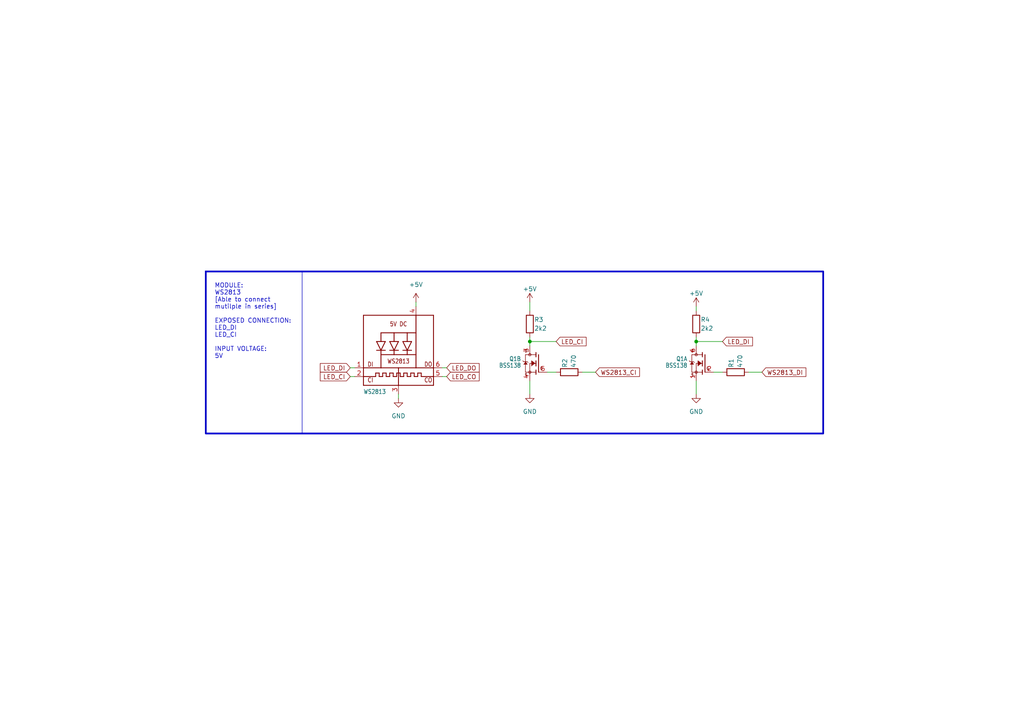
<source format=kicad_sch>
(kicad_sch (version 20230121) (generator eeschema)
  (paper "A4")
  (lib_symbols
    (symbol "Adafruit Voice Bonnet-eagle-import:microbuilder_APA102"
      (property "Value" "WS2813" (at -10.16 -12.7 0))
      (symbol "microbuilder_APA102_1_0"
        (polyline (pts (xy -10.16 -10.16) (xy 0 -10.16)) (stroke (width 0.254)))
        (polyline (pts (xy -10.16 -7.62) (xy -10.16 -10.16)) (stroke (width 0.254)))
        (polyline (pts (xy -10.16 -7.62) (xy -6.604 -7.62)) (stroke (width 0.254)))
        (polyline (pts (xy -10.16 -5.08) (xy -10.16 -7.62)) (stroke (width 0.254)))
        (polyline (pts (xy -10.16 10.16) (xy -10.16 -5.08)) (stroke (width 0.254)))
        (polyline (pts (xy -6.604 -7.62) (xy -6.604 -6.604)) (stroke (width 0.254)))
        (polyline (pts (xy -6.604 -6.604) (xy -5.588 -6.604)) (stroke (width 0.254)))
        (polyline (pts (xy -6.35 0) (xy -5.08 0)) (stroke (width 0.254)))
        (polyline (pts (xy -6.35 2.54) (xy -5.08 2.54)) (stroke (width 0.254)))
        (polyline (pts (xy -5.588 -7.62) (xy -4.572 -7.62)) (stroke (width 0.254)))
        (polyline (pts (xy -5.588 -6.604) (xy -5.588 -7.62)) (stroke (width 0.254)))
        (polyline (pts (xy -5.08 -5.08) (xy -10.16 -5.08)) (stroke (width 0.254)))
        (polyline (pts (xy -5.08 -5.08) (xy 0 -5.08)) (stroke (width 0.254)))
        (polyline (pts (xy -5.08 -1.27) (xy -5.08 -5.08)) (stroke (width 0.254)))
        (polyline (pts (xy -5.08 0) (xy -6.35 2.54)) (stroke (width 0.254)))
        (polyline (pts (xy -5.08 0) (xy -5.08 -1.27)) (stroke (width 0.254)))
        (polyline (pts (xy -5.08 0) (xy -3.81 2.54)) (stroke (width 0.254)))
        (polyline (pts (xy -5.08 2.54) (xy -3.81 2.54)) (stroke (width 0.254)))
        (polyline (pts (xy -5.08 5.08) (xy -5.08 2.54)) (stroke (width 0.254)))
        (polyline (pts (xy -4.572 -7.62) (xy -4.572 -6.604)) (stroke (width 0.254)))
        (polyline (pts (xy -4.572 -6.604) (xy -3.556 -6.604)) (stroke (width 0.254)))
        (polyline (pts (xy -3.81 0) (xy -5.08 0)) (stroke (width 0.254)))
        (polyline (pts (xy -3.556 -7.62) (xy -2.54 -7.62)) (stroke (width 0.254)))
        (polyline (pts (xy -3.556 -6.604) (xy -3.556 -7.62)) (stroke (width 0.254)))
        (polyline (pts (xy -2.54 -7.62) (xy -2.54 -6.604)) (stroke (width 0.254)))
        (polyline (pts (xy -2.54 -6.604) (xy -1.524 -6.604)) (stroke (width 0.254)))
        (polyline (pts (xy -2.54 0) (xy -1.27 0)) (stroke (width 0.254)))
        (polyline (pts (xy -2.54 2.54) (xy 0 2.54)) (stroke (width 0.254)))
        (polyline (pts (xy -1.524 -7.62) (xy -0.508 -7.62)) (stroke (width 0.254)))
        (polyline (pts (xy -1.524 -6.604) (xy -1.524 -7.62)) (stroke (width 0.254)))
        (polyline (pts (xy -1.27 -1.27) (xy -5.08 -1.27)) (stroke (width 0.254)))
        (polyline (pts (xy -1.27 0) (xy -2.54 2.54)) (stroke (width 0.254)))
        (polyline (pts (xy -1.27 0) (xy -1.27 -1.27)) (stroke (width 0.254)))
        (polyline (pts (xy -1.27 0) (xy 0 0)) (stroke (width 0.254)))
        (polyline (pts (xy -1.27 2.54) (xy -1.27 5.08)) (stroke (width 0.254)))
        (polyline (pts (xy -1.27 5.08) (xy -5.08 5.08)) (stroke (width 0.254)))
        (polyline (pts (xy -0.508 -7.62) (xy -0.508 -6.604)) (stroke (width 0.254)))
        (polyline (pts (xy -0.508 -6.604) (xy 0.508 -6.604)) (stroke (width 0.254)))
        (polyline (pts (xy 0 -10.16) (xy 10.16 -10.16)) (stroke (width 0.254)))
        (polyline (pts (xy 0 -5.08) (xy 0 -10.16)) (stroke (width 0.254)))
        (polyline (pts (xy 0 -5.08) (xy 5.08 -5.08)) (stroke (width 0.254)))
        (polyline (pts (xy 0 2.54) (xy -1.27 0)) (stroke (width 0.254)))
        (polyline (pts (xy 0.508 -7.62) (xy 1.524 -7.62)) (stroke (width 0.254)))
        (polyline (pts (xy 0.508 -6.604) (xy 0.508 -7.62)) (stroke (width 0.254)))
        (polyline (pts (xy 1.27 2.54) (xy 2.54 0)) (stroke (width 0.254)))
        (polyline (pts (xy 1.27 2.54) (xy 2.54 2.54)) (stroke (width 0.254)))
        (polyline (pts (xy 1.524 -7.62) (xy 1.524 -6.604)) (stroke (width 0.254)))
        (polyline (pts (xy 1.524 -6.604) (xy 2.54 -6.604)) (stroke (width 0.254)))
        (polyline (pts (xy 2.54 -7.62) (xy 3.556 -7.62)) (stroke (width 0.254)))
        (polyline (pts (xy 2.54 -6.604) (xy 2.54 -7.62)) (stroke (width 0.254)))
        (polyline (pts (xy 2.54 -1.27) (xy -1.27 -1.27)) (stroke (width 0.254)))
        (polyline (pts (xy 2.54 0) (xy 1.27 0)) (stroke (width 0.254)))
        (polyline (pts (xy 2.54 0) (xy 2.54 -1.27)) (stroke (width 0.254)))
        (polyline (pts (xy 2.54 0) (xy 3.81 0)) (stroke (width 0.254)))
        (polyline (pts (xy 2.54 0) (xy 3.81 2.54)) (stroke (width 0.254)))
        (polyline (pts (xy 2.54 2.54) (xy 2.54 5.08)) (stroke (width 0.254)))
        (polyline (pts (xy 2.54 5.08) (xy -1.27 5.08)) (stroke (width 0.254)))
        (polyline (pts (xy 2.54 5.08) (xy 5.08 5.08)) (stroke (width 0.254)))
        (polyline (pts (xy 3.556 -7.62) (xy 3.556 -6.604)) (stroke (width 0.254)))
        (polyline (pts (xy 3.556 -6.604) (xy 4.572 -6.604)) (stroke (width 0.254)))
        (polyline (pts (xy 3.81 2.54) (xy 2.54 2.54)) (stroke (width 0.254)))
        (polyline (pts (xy 4.572 -7.62) (xy 5.588 -7.62)) (stroke (width 0.254)))
        (polyline (pts (xy 4.572 -6.604) (xy 4.572 -7.62)) (stroke (width 0.254)))
        (polyline (pts (xy 5.08 -5.08) (xy 5.08 -1.27)) (stroke (width 0.254)))
        (polyline (pts (xy 5.08 -5.08) (xy 10.16 -5.08)) (stroke (width 0.254)))
        (polyline (pts (xy 5.08 -1.27) (xy 2.54 -1.27)) (stroke (width 0.254)))
        (polyline (pts (xy 5.08 5.08) (xy 5.08 -1.27)) (stroke (width 0.254)))
        (polyline (pts (xy 5.08 10.16) (xy -10.16 10.16)) (stroke (width 0.254)))
        (polyline (pts (xy 5.08 10.16) (xy 5.08 5.08)) (stroke (width 0.254)))
        (polyline (pts (xy 5.588 -7.62) (xy 5.588 -6.604)) (stroke (width 0.254)))
        (polyline (pts (xy 5.588 -6.604) (xy 6.604 -6.604)) (stroke (width 0.254)))
        (polyline (pts (xy 6.604 -7.62) (xy 10.16 -7.62)) (stroke (width 0.254)))
        (polyline (pts (xy 6.604 -6.604) (xy 6.604 -7.62)) (stroke (width 0.254)))
        (polyline (pts (xy 10.16 -10.16) (xy 10.16 -7.62)) (stroke (width 0.254)))
        (polyline (pts (xy 10.16 -7.62) (xy 10.16 -5.08)) (stroke (width 0.254)))
        (polyline (pts (xy 10.16 -5.08) (xy 10.16 10.16)) (stroke (width 0.254)))
        (polyline (pts (xy 10.16 10.16) (xy 5.08 10.16)) (stroke (width 0.254)))
        (text "5V DC" (at 0 7.62 0) (effects (font (size 1.27 1.0795))))
        (text "CI" (at -8.128 -8.636 0) (effects (font (size 1.27 1.0795))))
        (text "CO" (at 8.636 -8.636 0) (effects (font (size 1.27 1.0795))))
        (text "DI" (at -8.128 -4.064 0) (effects (font (size 1.27 1.0795))))
        (text "DO" (at 8.636 -4.064 0) (effects (font (size 1.27 1.0795))))
        (text "WS2813" (at 0 -3.175 0) (effects (font (size 1.27 1.0795))))
        (pin input line (at -12.7 -5.08 0) (length 2.54) (name "DI") (number "1"))
        (pin input line (at -12.7 -7.62 0) (length 2.54) (name "CKI") (number "2"))
        (pin power_in line (at 0 -12.7 90) (length 2.54) (name "GND") (number "3"))
        (pin power_in line (at 5.08 12.7 270) (length 2.54) (name "VDD") (number "4"))
        (pin output line (at 12.7 -7.62 180) (length 2.54) (name "CKO") (number "5"))
        (pin output line (at 12.7 -5.08 180) (length 2.54) (name "DO") (number "6"))
      )
    )
    (symbol "Adafruit_AS7341-eagle-import:MOSFET-N_DUAL"
      (property "Reference" "Q" (at 5.08 0.635 0))
      (symbol "MOSFET-N_DUAL_1_0"
        (polyline (pts (xy 0 2.54) (xy 0 -2.54)) (stroke (width 0.254)))
        (polyline (pts (xy 0.762 -2.54) (xy 0.762 -3.175)) (stroke (width 0.254)))
        (polyline (pts (xy 0.762 -1.905) (xy 0.762 -2.54)) (stroke (width 0.254)))
        (polyline (pts (xy 0.762 0) (xy 0.762 -0.762)) (stroke (width 0.254)))
        (polyline (pts (xy 0.762 0) (xy 2.54 0)) (stroke (width 0.1524)))
        (polyline (pts (xy 0.762 0.762) (xy 0.762 0)) (stroke (width 0.254)))
        (polyline (pts (xy 0.762 2.54) (xy 0.762 1.905)) (stroke (width 0.254)))
        (polyline (pts (xy 0.762 2.54) (xy 3.81 2.54)) (stroke (width 0.1524)))
        (polyline (pts (xy 0.762 3.175) (xy 0.762 2.54)) (stroke (width 0.254)))
        (polyline (pts (xy 2.54 -2.54) (xy 0.762 -2.54)) (stroke (width 0.1524)))
        (polyline (pts (xy 2.54 -2.54) (xy 3.81 -2.54)) (stroke (width 0.1524)))
        (polyline (pts (xy 2.54 0) (xy 2.54 -2.54)) (stroke (width 0.1524)))
        (polyline (pts (xy 3.302 0.508) (xy 3.048 0.254)) (stroke (width 0.1524)))
        (polyline (pts (xy 3.81 0.508) (xy 3.302 0.508)) (stroke (width 0.1524)))
        (polyline (pts (xy 3.81 0.508) (xy 3.81 -2.54)) (stroke (width 0.1524)))
        (polyline (pts (xy 3.81 2.54) (xy 3.81 0.508)) (stroke (width 0.1524)))
        (polyline (pts (xy 4.318 0.508) (xy 3.81 0.508)) (stroke (width 0.1524)))
        (polyline (pts (xy 4.572 0.762) (xy 4.318 0.508)) (stroke (width 0.1524)))
        (polyline (pts (xy 1.016 0) (xy 2.032 0.762) (xy 2.032 -0.762)) (stroke (width 0.1524)) (fill (type outline)))
        (polyline (pts (xy 3.81 0.508) (xy 3.302 -0.254) (xy 4.318 -0.254)) (stroke (width 0.1524)) (fill (type outline)))
        (circle (center 2.54 -2.54) (radius 0.3592))
        (circle (center 2.54 2.54) (radius 0.3592))
        (text "D" (at 3.175 3.175 0) (effects (font (size 0.8128 0.6908)) (justify left bottom)))
        (text "G" (at -1.27 -1.905 0) (effects (font (size 0.8128 0.6908)) (justify left bottom)))
        (text "S" (at 3.175 -3.81 0) (effects (font (size 0.8128 0.6908)) (justify left bottom)))
        (pin bidirectional line (at 2.54 -5.08 90) (length 2.54) (name "S") (number "1"))
        (pin bidirectional line (at -2.54 -2.54 0) (length 2.54) (name "G") (number "2"))
        (pin bidirectional line (at 2.54 5.08 270) (length 2.54) (name "D") (number "6"))
      )
      (symbol "MOSFET-N_DUAL_2_0"
        (polyline (pts (xy 0 2.54) (xy 0 -2.54)) (stroke (width 0.254)))
        (polyline (pts (xy 0.762 -2.54) (xy 0.762 -3.175)) (stroke (width 0.254)))
        (polyline (pts (xy 0.762 -1.905) (xy 0.762 -2.54)) (stroke (width 0.254)))
        (polyline (pts (xy 0.762 0) (xy 0.762 -0.762)) (stroke (width 0.254)))
        (polyline (pts (xy 0.762 0) (xy 2.54 0)) (stroke (width 0.1524)))
        (polyline (pts (xy 0.762 0.762) (xy 0.762 0)) (stroke (width 0.254)))
        (polyline (pts (xy 0.762 2.54) (xy 0.762 1.905)) (stroke (width 0.254)))
        (polyline (pts (xy 0.762 2.54) (xy 3.81 2.54)) (stroke (width 0.1524)))
        (polyline (pts (xy 0.762 3.175) (xy 0.762 2.54)) (stroke (width 0.254)))
        (polyline (pts (xy 2.54 -2.54) (xy 0.762 -2.54)) (stroke (width 0.1524)))
        (polyline (pts (xy 2.54 -2.54) (xy 3.81 -2.54)) (stroke (width 0.1524)))
        (polyline (pts (xy 2.54 0) (xy 2.54 -2.54)) (stroke (width 0.1524)))
        (polyline (pts (xy 3.302 0.508) (xy 3.048 0.254)) (stroke (width 0.1524)))
        (polyline (pts (xy 3.81 0.508) (xy 3.302 0.508)) (stroke (width 0.1524)))
        (polyline (pts (xy 3.81 0.508) (xy 3.81 -2.54)) (stroke (width 0.1524)))
        (polyline (pts (xy 3.81 2.54) (xy 3.81 0.508)) (stroke (width 0.1524)))
        (polyline (pts (xy 4.318 0.508) (xy 3.81 0.508)) (stroke (width 0.1524)))
        (polyline (pts (xy 4.572 0.762) (xy 4.318 0.508)) (stroke (width 0.1524)))
        (polyline (pts (xy 1.016 0) (xy 2.032 0.762) (xy 2.032 -0.762)) (stroke (width 0.1524)) (fill (type outline)))
        (polyline (pts (xy 3.81 0.508) (xy 3.302 -0.254) (xy 4.318 -0.254)) (stroke (width 0.1524)) (fill (type outline)))
        (circle (center 2.54 -2.54) (radius 0.3592))
        (circle (center 2.54 2.54) (radius 0.3592))
        (text "D" (at 3.175 3.175 0) (effects (font (size 0.8128 0.6908)) (justify left bottom)))
        (text "G" (at -1.27 -1.905 0) (effects (font (size 0.8128 0.6908)) (justify left bottom)))
        (text "S" (at 3.175 -3.81 0) (effects (font (size 0.8128 0.6908)) (justify left bottom)))
        (pin bidirectional line (at 2.54 5.08 270) (length 2.54) (name "D") (number "3"))
        (pin bidirectional line (at 2.54 -5.08 90) (length 2.54) (name "S") (number "4"))
        (pin bidirectional line (at -2.54 -2.54 0) (length 2.54) (name "G") (number "5"))
      )
    )
    (symbol "Device:R" (pin_numbers hide) (pin_names (offset 0))
      (property "Reference" "R" (at 2.032 0 90))
      (property "Value" "R" (at 0 0 90))
      (symbol "R_0_1"
        (rectangle (start -1.016 -2.54) (end 1.016 2.54) (stroke (width 0.254)))
      )
      (symbol "R_1_1"
        (pin passive line (at 0 3.81 270) (length 1.27) (name "~") (number "1"))
        (pin passive line (at 0 -3.81 90) (length 1.27) (name "~") (number "2"))
      )
    )
    (symbol "power:+5V" (power) (pin_names (offset 0))
      (property "Value" "+5V" (at 0 3.556 0))
      (symbol "+5V_0_1"
        (polyline (pts (xy -0.762 1.27) (xy 0 2.54)))
        (polyline (pts (xy 0 0) (xy 0 2.54)))
        (polyline (pts (xy 0 2.54) (xy 0.762 1.27)))
      )
      (symbol "+5V_1_1"
        (pin power_in line (at 0 0 90) (length 0) hide (name "+5V") (number "1"))
      )
    )
    (symbol "power:GND" (power) (pin_names (offset 0))
      (property "Value" "GND" (at 0 -3.81 0))
      (symbol "GND_0_1"
        (polyline (pts (xy 0 0) (xy 0 -1.27) (xy 1.27 -1.27) (xy 0 -2.54) (xy -1.27 -1.27) (xy 0 -1.27)))
      )
      (symbol "GND_1_1"
        (pin power_in line (at 0 0 270) (length 0) hide (name "GND") (number "1"))
      )
    )
  )
  (junction (at 201.93 99.06))
  (junction (at 153.67 99.06))
  (wire (pts (xy 153.67 97.79) (xy 153.67 99.06)))
  (wire (pts (xy 201.93 97.79) (xy 201.93 99.06)))
  (wire (pts (xy 120.65 87.63) (xy 120.65 88.9)))
  (wire (pts (xy 128.27 109.22) (xy 129.54 109.22)))
  (wire (pts (xy 217.17 107.95) (xy 220.98 107.95)))
  (wire (pts (xy 158.75 107.95) (xy 161.29 107.95)))
  (wire (pts (xy 201.93 110.49) (xy 201.93 114.3)))
  (wire (pts (xy 201.93 99.06) (xy 209.55 99.06)))
  (wire (pts (xy 153.67 99.06) (xy 153.67 100.33)))
  (wire (pts (xy 168.91 107.95) (xy 172.72 107.95)))
  (wire (pts (xy 207.01 107.95) (xy 209.55 107.95)))
  (wire (pts (xy 101.6 109.22) (xy 102.87 109.22)))
  (wire (pts (xy 153.67 99.06) (xy 161.29 99.06)))
  (wire (pts (xy 101.6 106.68) (xy 102.87 106.68)))
  (wire (pts (xy 153.67 110.49) (xy 153.67 114.3)))
  (wire (pts (xy 153.67 87.63) (xy 153.67 90.17)))
  (wire (pts (xy 201.93 88.9) (xy 201.93 90.17)))
  (wire (pts (xy 201.93 99.06) (xy 201.93 100.33)))
  (wire (pts (xy 128.27 106.68) (xy 129.54 106.68)))
  (wire (pts (xy 115.57 114.3) (xy 115.57 115.57)))
  (rectangle (start 59.69 78.74) (end 87.63 125.73))
  (rectangle (start 59.69 78.74) (end 238.76 125.73) (stroke (width 0.5)))
  (text "MODULE:\nWS2813\n[Able to connect \nmutilple in series]\n\nEXPOSED CONNECTION: \nLED_DI\nLED_CI\n\nINPUT VOLTAGE:\n5V" (at 62.23 104.14 0) (effects (font (size 1.27 1.27)) (justify left bottom)))
  (global_label "LED_CI" (shape input) (at 101.6 109.22 180) (property "Intersheetrefs" "${INTERSHEET_REFS}" (effects hide)))
  (global_label "LED_CI" (shape input) (at 161.29 99.06 0) (property "Intersheetrefs" "${INTERSHEET_REFS}" (effects hide)))
  (global_label "LED_DI" (shape input) (at 209.55 99.06 0) (property "Intersheetrefs" "${INTERSHEET_REFS}" (effects hide)))
  (global_label "LED_CO" (shape input) (at 129.54 109.22 0) (property "Intersheetrefs" "${INTERSHEET_REFS}" (effects hide)))
  (global_label "WS2813_DI" (shape input) (at 220.98 107.95 0) (property "Intersheetrefs" "${INTERSHEET_REFS}" (effects hide)))
  (global_label "LED_DI" (shape input) (at 101.6 106.68 180) (property "Intersheetrefs" "${INTERSHEET_REFS}" (effects hide)))
  (global_label "LED_DO" (shape input) (at 129.54 106.68 0) (property "Intersheetrefs" "${INTERSHEET_REFS}" (effects hide)))
  (global_label "WS2813_CI" (shape input) (at 172.72 107.95 0) (property "Intersheetrefs" "${INTERSHEET_REFS}" (effects hide)))
  (symbol (lib_id "Device:R") (at 213.36 107.95 90) (unit 1)
    (property "Reference" "R1" (at 212.09 106.68 0) (effects (justify left)))
    (property "Value" "470" (at 214.63 106.68 0) (effects (justify left)))
    (property "Footprint" "Resistor_SMD:R_01005_0402Metric" (effects hide))
  )
  (symbol (lib_id "Adafruit_AS7341-eagle-import:MOSFET-N_DUAL") (at 204.47 105.41 0) (mirror y) (unit 1)
    (property "Reference" "Q1" (at 199.39 104.775 0) (effects (font (size 1.27 1.0795)) (justify left bottom)))
    (property "Value" "BSS138" (at 199.39 106.68 0) (effects (font (size 1.27 1.0795)) (justify left bottom)))
    (property "Footprint" "Adafruit_AS7341:SOT363" (effects hide))
  )
  (symbol (lib_id "power:+5V") (at 120.65 87.63 0) (unit 1)
    (property "Reference" "#PWR01" (effects hide))
    (property "Value" "+5V" (at 120.65 82.55 0))
  )
  (symbol (lib_id "Adafruit_AS7341-eagle-import:MOSFET-N_DUAL") (at 156.21 105.41 0) (mirror y) (unit 2)
    (property "Reference" "Q1" (at 151.13 104.775 0) (effects (font (size 1.27 1.0795)) (justify left bottom)))
    (property "Value" "BSS138" (at 151.13 106.68 0) (effects (font (size 1.27 1.0795)) (justify left bottom)))
    (property "Footprint" "Adafruit_AS7341:SOT363" (effects hide))
  )
  (symbol (lib_id "Adafruit Voice Bonnet-eagle-import:microbuilder_APA102") (at 115.57 101.6 0) (unit 1)
    (property "Reference" "LED1" (effects hide))
    (property "Value" "WS2813" (at 105.41 114.3 0) (effects (font (size 1.27 1.0795)) (justify left bottom)))
    (property "Footprint" "LED_SMD:LED_RGB_5050-6" (effects hide))
  )
  (symbol (lib_id "power:+5V") (at 153.67 87.63 0) (unit 1)
    (property "Reference" "#PWR05" (effects hide))
    (property "Value" "+5V" (at 153.67 83.82 0))
  )
  (symbol (lib_id "Device:R") (at 201.93 93.98 0) (unit 1)
    (property "Reference" "R4" (at 203.2 92.71 0) (effects (justify left)))
    (property "Value" "2k2" (at 203.2 95.25 0) (effects (justify left)))
    (property "Footprint" "Resistor_SMD:R_01005_0402Metric" (effects hide))
  )
  (symbol (lib_id "Device:R") (at 165.1 107.95 90) (unit 1)
    (property "Reference" "R2" (at 163.83 106.68 0) (effects (justify left)))
    (property "Value" "470" (at 166.37 106.68 0) (effects (justify left)))
    (property "Footprint" "Resistor_SMD:R_01005_0402Metric" (effects hide))
  )
  (symbol (lib_id "power:GND") (at 115.57 115.57 0) (unit 1)
    (property "Reference" "#PWR02" (effects hide))
    (property "Value" "GND" (at 115.57 120.65 0))
  )
  (symbol (lib_id "power:+5V") (at 201.93 88.9 0) (unit 1)
    (property "Reference" "#PWR06" (effects hide))
    (property "Value" "+5V" (at 201.93 85.09 0))
  )
  (symbol (lib_id "Device:R") (at 153.67 93.98 0) (unit 1)
    (property "Reference" "R3" (at 154.94 92.71 0) (effects (justify left)))
    (property "Value" "2k2" (at 154.94 95.25 0) (effects (justify left)))
    (property "Footprint" "Resistor_SMD:R_01005_0402Metric" (effects hide))
  )
  (symbol (lib_id "power:GND") (at 153.67 114.3 0) (unit 1)
    (property "Reference" "#PWR04" (effects hide))
    (property "Value" "GND" (at 153.67 119.38 0))
  )
  (symbol (lib_id "power:GND") (at 201.93 114.3 0) (unit 1)
    (property "Reference" "#PWR03" (effects hide))
    (property "Value" "GND" (at 201.93 119.38 0))
  )
)
</source>
